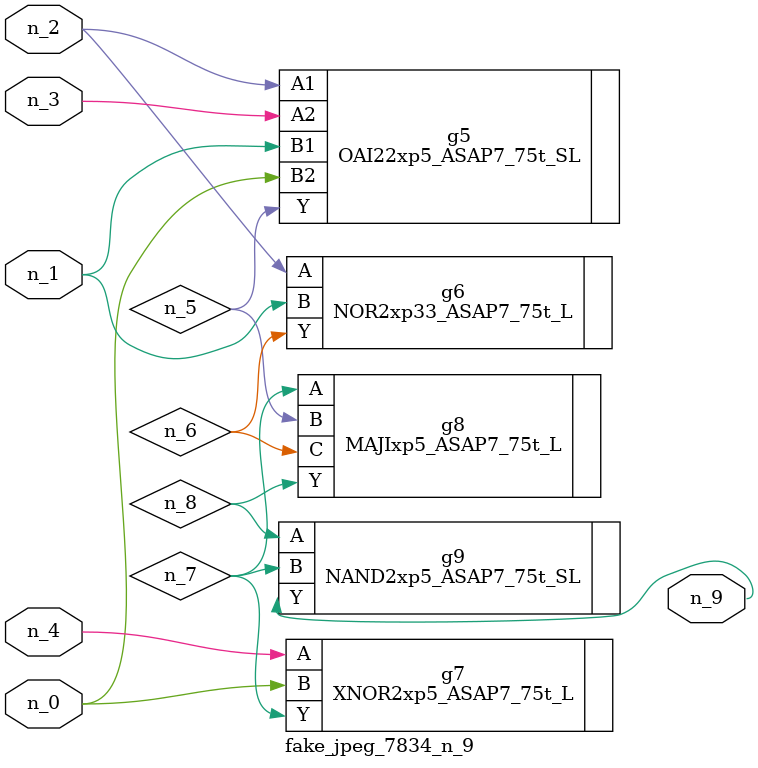
<source format=v>
module fake_jpeg_7834_n_9 (n_3, n_2, n_1, n_0, n_4, n_9);

input n_3;
input n_2;
input n_1;
input n_0;
input n_4;

output n_9;

wire n_8;
wire n_6;
wire n_5;
wire n_7;

OAI22xp5_ASAP7_75t_SL g5 ( 
.A1(n_2),
.A2(n_3),
.B1(n_1),
.B2(n_0),
.Y(n_5)
);

NOR2xp33_ASAP7_75t_L g6 ( 
.A(n_2),
.B(n_1),
.Y(n_6)
);

XNOR2xp5_ASAP7_75t_L g7 ( 
.A(n_4),
.B(n_0),
.Y(n_7)
);

MAJIxp5_ASAP7_75t_L g8 ( 
.A(n_7),
.B(n_5),
.C(n_6),
.Y(n_8)
);

NAND2xp5_ASAP7_75t_SL g9 ( 
.A(n_8),
.B(n_7),
.Y(n_9)
);


endmodule
</source>
